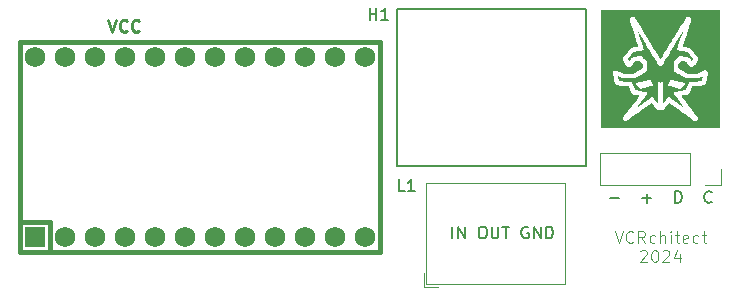
<source format=gbr>
%TF.GenerationSoftware,KiCad,Pcbnew,8.0.3*%
%TF.CreationDate,2024-07-14T23:37:16-05:00*%
%TF.ProjectId,3.3v Pro Micro Long,332e3376-2050-4726-9f20-4d6963726f20,rev?*%
%TF.SameCoordinates,Original*%
%TF.FileFunction,Legend,Top*%
%TF.FilePolarity,Positive*%
%FSLAX46Y46*%
G04 Gerber Fmt 4.6, Leading zero omitted, Abs format (unit mm)*
G04 Created by KiCad (PCBNEW 8.0.3) date 2024-07-14 23:37:16*
%MOMM*%
%LPD*%
G01*
G04 APERTURE LIST*
%ADD10C,0.200000*%
%ADD11C,0.250000*%
%ADD12C,0.100000*%
%ADD13C,0.000000*%
%ADD14C,0.127000*%
%ADD15C,0.120000*%
%ADD16C,0.381000*%
%ADD17R,1.752600X1.752600*%
%ADD18C,1.752600*%
G04 APERTURE END LIST*
D10*
X159845863Y-95367219D02*
X159369673Y-95367219D01*
X159369673Y-95367219D02*
X159369673Y-94367219D01*
X160703006Y-95367219D02*
X160131578Y-95367219D01*
X160417292Y-95367219D02*
X160417292Y-94367219D01*
X160417292Y-94367219D02*
X160322054Y-94510076D01*
X160322054Y-94510076D02*
X160226816Y-94605314D01*
X160226816Y-94605314D02*
X160131578Y-94652933D01*
D11*
X134759711Y-80864619D02*
X135093044Y-81864619D01*
X135093044Y-81864619D02*
X135426377Y-80864619D01*
X136331139Y-81769380D02*
X136283520Y-81817000D01*
X136283520Y-81817000D02*
X136140663Y-81864619D01*
X136140663Y-81864619D02*
X136045425Y-81864619D01*
X136045425Y-81864619D02*
X135902568Y-81817000D01*
X135902568Y-81817000D02*
X135807330Y-81721761D01*
X135807330Y-81721761D02*
X135759711Y-81626523D01*
X135759711Y-81626523D02*
X135712092Y-81436047D01*
X135712092Y-81436047D02*
X135712092Y-81293190D01*
X135712092Y-81293190D02*
X135759711Y-81102714D01*
X135759711Y-81102714D02*
X135807330Y-81007476D01*
X135807330Y-81007476D02*
X135902568Y-80912238D01*
X135902568Y-80912238D02*
X136045425Y-80864619D01*
X136045425Y-80864619D02*
X136140663Y-80864619D01*
X136140663Y-80864619D02*
X136283520Y-80912238D01*
X136283520Y-80912238D02*
X136331139Y-80959857D01*
X137331139Y-81769380D02*
X137283520Y-81817000D01*
X137283520Y-81817000D02*
X137140663Y-81864619D01*
X137140663Y-81864619D02*
X137045425Y-81864619D01*
X137045425Y-81864619D02*
X136902568Y-81817000D01*
X136902568Y-81817000D02*
X136807330Y-81721761D01*
X136807330Y-81721761D02*
X136759711Y-81626523D01*
X136759711Y-81626523D02*
X136712092Y-81436047D01*
X136712092Y-81436047D02*
X136712092Y-81293190D01*
X136712092Y-81293190D02*
X136759711Y-81102714D01*
X136759711Y-81102714D02*
X136807330Y-81007476D01*
X136807330Y-81007476D02*
X136902568Y-80912238D01*
X136902568Y-80912238D02*
X137045425Y-80864619D01*
X137045425Y-80864619D02*
X137140663Y-80864619D01*
X137140663Y-80864619D02*
X137283520Y-80912238D01*
X137283520Y-80912238D02*
X137331139Y-80959857D01*
D10*
X163869673Y-99367219D02*
X163869673Y-98367219D01*
X164345863Y-99367219D02*
X164345863Y-98367219D01*
X164345863Y-98367219D02*
X164917291Y-99367219D01*
X164917291Y-99367219D02*
X164917291Y-98367219D01*
X166345863Y-98367219D02*
X166536339Y-98367219D01*
X166536339Y-98367219D02*
X166631577Y-98414838D01*
X166631577Y-98414838D02*
X166726815Y-98510076D01*
X166726815Y-98510076D02*
X166774434Y-98700552D01*
X166774434Y-98700552D02*
X166774434Y-99033885D01*
X166774434Y-99033885D02*
X166726815Y-99224361D01*
X166726815Y-99224361D02*
X166631577Y-99319600D01*
X166631577Y-99319600D02*
X166536339Y-99367219D01*
X166536339Y-99367219D02*
X166345863Y-99367219D01*
X166345863Y-99367219D02*
X166250625Y-99319600D01*
X166250625Y-99319600D02*
X166155387Y-99224361D01*
X166155387Y-99224361D02*
X166107768Y-99033885D01*
X166107768Y-99033885D02*
X166107768Y-98700552D01*
X166107768Y-98700552D02*
X166155387Y-98510076D01*
X166155387Y-98510076D02*
X166250625Y-98414838D01*
X166250625Y-98414838D02*
X166345863Y-98367219D01*
X167203006Y-98367219D02*
X167203006Y-99176742D01*
X167203006Y-99176742D02*
X167250625Y-99271980D01*
X167250625Y-99271980D02*
X167298244Y-99319600D01*
X167298244Y-99319600D02*
X167393482Y-99367219D01*
X167393482Y-99367219D02*
X167583958Y-99367219D01*
X167583958Y-99367219D02*
X167679196Y-99319600D01*
X167679196Y-99319600D02*
X167726815Y-99271980D01*
X167726815Y-99271980D02*
X167774434Y-99176742D01*
X167774434Y-99176742D02*
X167774434Y-98367219D01*
X168107768Y-98367219D02*
X168679196Y-98367219D01*
X168393482Y-99367219D02*
X168393482Y-98367219D01*
X170298244Y-98414838D02*
X170203006Y-98367219D01*
X170203006Y-98367219D02*
X170060149Y-98367219D01*
X170060149Y-98367219D02*
X169917292Y-98414838D01*
X169917292Y-98414838D02*
X169822054Y-98510076D01*
X169822054Y-98510076D02*
X169774435Y-98605314D01*
X169774435Y-98605314D02*
X169726816Y-98795790D01*
X169726816Y-98795790D02*
X169726816Y-98938647D01*
X169726816Y-98938647D02*
X169774435Y-99129123D01*
X169774435Y-99129123D02*
X169822054Y-99224361D01*
X169822054Y-99224361D02*
X169917292Y-99319600D01*
X169917292Y-99319600D02*
X170060149Y-99367219D01*
X170060149Y-99367219D02*
X170155387Y-99367219D01*
X170155387Y-99367219D02*
X170298244Y-99319600D01*
X170298244Y-99319600D02*
X170345863Y-99271980D01*
X170345863Y-99271980D02*
X170345863Y-98938647D01*
X170345863Y-98938647D02*
X170155387Y-98938647D01*
X170774435Y-99367219D02*
X170774435Y-98367219D01*
X170774435Y-98367219D02*
X171345863Y-99367219D01*
X171345863Y-99367219D02*
X171345863Y-98367219D01*
X171822054Y-99367219D02*
X171822054Y-98367219D01*
X171822054Y-98367219D02*
X172060149Y-98367219D01*
X172060149Y-98367219D02*
X172203006Y-98414838D01*
X172203006Y-98414838D02*
X172298244Y-98510076D01*
X172298244Y-98510076D02*
X172345863Y-98605314D01*
X172345863Y-98605314D02*
X172393482Y-98795790D01*
X172393482Y-98795790D02*
X172393482Y-98938647D01*
X172393482Y-98938647D02*
X172345863Y-99129123D01*
X172345863Y-99129123D02*
X172298244Y-99224361D01*
X172298244Y-99224361D02*
X172203006Y-99319600D01*
X172203006Y-99319600D02*
X172060149Y-99367219D01*
X172060149Y-99367219D02*
X171822054Y-99367219D01*
D12*
X177619047Y-98762475D02*
X177952380Y-99762475D01*
X177952380Y-99762475D02*
X178285713Y-98762475D01*
X179190475Y-99667236D02*
X179142856Y-99714856D01*
X179142856Y-99714856D02*
X178999999Y-99762475D01*
X178999999Y-99762475D02*
X178904761Y-99762475D01*
X178904761Y-99762475D02*
X178761904Y-99714856D01*
X178761904Y-99714856D02*
X178666666Y-99619617D01*
X178666666Y-99619617D02*
X178619047Y-99524379D01*
X178619047Y-99524379D02*
X178571428Y-99333903D01*
X178571428Y-99333903D02*
X178571428Y-99191046D01*
X178571428Y-99191046D02*
X178619047Y-99000570D01*
X178619047Y-99000570D02*
X178666666Y-98905332D01*
X178666666Y-98905332D02*
X178761904Y-98810094D01*
X178761904Y-98810094D02*
X178904761Y-98762475D01*
X178904761Y-98762475D02*
X178999999Y-98762475D01*
X178999999Y-98762475D02*
X179142856Y-98810094D01*
X179142856Y-98810094D02*
X179190475Y-98857713D01*
X180190475Y-99762475D02*
X179857142Y-99286284D01*
X179619047Y-99762475D02*
X179619047Y-98762475D01*
X179619047Y-98762475D02*
X179999999Y-98762475D01*
X179999999Y-98762475D02*
X180095237Y-98810094D01*
X180095237Y-98810094D02*
X180142856Y-98857713D01*
X180142856Y-98857713D02*
X180190475Y-98952951D01*
X180190475Y-98952951D02*
X180190475Y-99095808D01*
X180190475Y-99095808D02*
X180142856Y-99191046D01*
X180142856Y-99191046D02*
X180095237Y-99238665D01*
X180095237Y-99238665D02*
X179999999Y-99286284D01*
X179999999Y-99286284D02*
X179619047Y-99286284D01*
X181047618Y-99714856D02*
X180952380Y-99762475D01*
X180952380Y-99762475D02*
X180761904Y-99762475D01*
X180761904Y-99762475D02*
X180666666Y-99714856D01*
X180666666Y-99714856D02*
X180619047Y-99667236D01*
X180619047Y-99667236D02*
X180571428Y-99571998D01*
X180571428Y-99571998D02*
X180571428Y-99286284D01*
X180571428Y-99286284D02*
X180619047Y-99191046D01*
X180619047Y-99191046D02*
X180666666Y-99143427D01*
X180666666Y-99143427D02*
X180761904Y-99095808D01*
X180761904Y-99095808D02*
X180952380Y-99095808D01*
X180952380Y-99095808D02*
X181047618Y-99143427D01*
X181476190Y-99762475D02*
X181476190Y-98762475D01*
X181904761Y-99762475D02*
X181904761Y-99238665D01*
X181904761Y-99238665D02*
X181857142Y-99143427D01*
X181857142Y-99143427D02*
X181761904Y-99095808D01*
X181761904Y-99095808D02*
X181619047Y-99095808D01*
X181619047Y-99095808D02*
X181523809Y-99143427D01*
X181523809Y-99143427D02*
X181476190Y-99191046D01*
X182380952Y-99762475D02*
X182380952Y-99095808D01*
X182380952Y-98762475D02*
X182333333Y-98810094D01*
X182333333Y-98810094D02*
X182380952Y-98857713D01*
X182380952Y-98857713D02*
X182428571Y-98810094D01*
X182428571Y-98810094D02*
X182380952Y-98762475D01*
X182380952Y-98762475D02*
X182380952Y-98857713D01*
X182714285Y-99095808D02*
X183095237Y-99095808D01*
X182857142Y-98762475D02*
X182857142Y-99619617D01*
X182857142Y-99619617D02*
X182904761Y-99714856D01*
X182904761Y-99714856D02*
X182999999Y-99762475D01*
X182999999Y-99762475D02*
X183095237Y-99762475D01*
X183809523Y-99714856D02*
X183714285Y-99762475D01*
X183714285Y-99762475D02*
X183523809Y-99762475D01*
X183523809Y-99762475D02*
X183428571Y-99714856D01*
X183428571Y-99714856D02*
X183380952Y-99619617D01*
X183380952Y-99619617D02*
X183380952Y-99238665D01*
X183380952Y-99238665D02*
X183428571Y-99143427D01*
X183428571Y-99143427D02*
X183523809Y-99095808D01*
X183523809Y-99095808D02*
X183714285Y-99095808D01*
X183714285Y-99095808D02*
X183809523Y-99143427D01*
X183809523Y-99143427D02*
X183857142Y-99238665D01*
X183857142Y-99238665D02*
X183857142Y-99333903D01*
X183857142Y-99333903D02*
X183380952Y-99429141D01*
X184714285Y-99714856D02*
X184619047Y-99762475D01*
X184619047Y-99762475D02*
X184428571Y-99762475D01*
X184428571Y-99762475D02*
X184333333Y-99714856D01*
X184333333Y-99714856D02*
X184285714Y-99667236D01*
X184285714Y-99667236D02*
X184238095Y-99571998D01*
X184238095Y-99571998D02*
X184238095Y-99286284D01*
X184238095Y-99286284D02*
X184285714Y-99191046D01*
X184285714Y-99191046D02*
X184333333Y-99143427D01*
X184333333Y-99143427D02*
X184428571Y-99095808D01*
X184428571Y-99095808D02*
X184619047Y-99095808D01*
X184619047Y-99095808D02*
X184714285Y-99143427D01*
X185000000Y-99095808D02*
X185380952Y-99095808D01*
X185142857Y-98762475D02*
X185142857Y-99619617D01*
X185142857Y-99619617D02*
X185190476Y-99714856D01*
X185190476Y-99714856D02*
X185285714Y-99762475D01*
X185285714Y-99762475D02*
X185380952Y-99762475D01*
X179785714Y-100467657D02*
X179833333Y-100420038D01*
X179833333Y-100420038D02*
X179928571Y-100372419D01*
X179928571Y-100372419D02*
X180166666Y-100372419D01*
X180166666Y-100372419D02*
X180261904Y-100420038D01*
X180261904Y-100420038D02*
X180309523Y-100467657D01*
X180309523Y-100467657D02*
X180357142Y-100562895D01*
X180357142Y-100562895D02*
X180357142Y-100658133D01*
X180357142Y-100658133D02*
X180309523Y-100800990D01*
X180309523Y-100800990D02*
X179738095Y-101372419D01*
X179738095Y-101372419D02*
X180357142Y-101372419D01*
X180976190Y-100372419D02*
X181071428Y-100372419D01*
X181071428Y-100372419D02*
X181166666Y-100420038D01*
X181166666Y-100420038D02*
X181214285Y-100467657D01*
X181214285Y-100467657D02*
X181261904Y-100562895D01*
X181261904Y-100562895D02*
X181309523Y-100753371D01*
X181309523Y-100753371D02*
X181309523Y-100991466D01*
X181309523Y-100991466D02*
X181261904Y-101181942D01*
X181261904Y-101181942D02*
X181214285Y-101277180D01*
X181214285Y-101277180D02*
X181166666Y-101324800D01*
X181166666Y-101324800D02*
X181071428Y-101372419D01*
X181071428Y-101372419D02*
X180976190Y-101372419D01*
X180976190Y-101372419D02*
X180880952Y-101324800D01*
X180880952Y-101324800D02*
X180833333Y-101277180D01*
X180833333Y-101277180D02*
X180785714Y-101181942D01*
X180785714Y-101181942D02*
X180738095Y-100991466D01*
X180738095Y-100991466D02*
X180738095Y-100753371D01*
X180738095Y-100753371D02*
X180785714Y-100562895D01*
X180785714Y-100562895D02*
X180833333Y-100467657D01*
X180833333Y-100467657D02*
X180880952Y-100420038D01*
X180880952Y-100420038D02*
X180976190Y-100372419D01*
X181690476Y-100467657D02*
X181738095Y-100420038D01*
X181738095Y-100420038D02*
X181833333Y-100372419D01*
X181833333Y-100372419D02*
X182071428Y-100372419D01*
X182071428Y-100372419D02*
X182166666Y-100420038D01*
X182166666Y-100420038D02*
X182214285Y-100467657D01*
X182214285Y-100467657D02*
X182261904Y-100562895D01*
X182261904Y-100562895D02*
X182261904Y-100658133D01*
X182261904Y-100658133D02*
X182214285Y-100800990D01*
X182214285Y-100800990D02*
X181642857Y-101372419D01*
X181642857Y-101372419D02*
X182261904Y-101372419D01*
X183119047Y-100705752D02*
X183119047Y-101372419D01*
X182880952Y-100324800D02*
X182642857Y-101039085D01*
X182642857Y-101039085D02*
X183261904Y-101039085D01*
D10*
X156869673Y-80867219D02*
X156869673Y-79867219D01*
X156869673Y-80343409D02*
X157441101Y-80343409D01*
X157441101Y-80867219D02*
X157441101Y-79867219D01*
X158441101Y-80867219D02*
X157869673Y-80867219D01*
X158155387Y-80867219D02*
X158155387Y-79867219D01*
X158155387Y-79867219D02*
X158060149Y-80010076D01*
X158060149Y-80010076D02*
X157964911Y-80105314D01*
X157964911Y-80105314D02*
X157869673Y-80152933D01*
X177214285Y-95986266D02*
X177976190Y-95986266D01*
X179976190Y-95986266D02*
X180738095Y-95986266D01*
X180357142Y-96367219D02*
X180357142Y-95605314D01*
X182738095Y-96367219D02*
X182738095Y-95367219D01*
X182738095Y-95367219D02*
X182976190Y-95367219D01*
X182976190Y-95367219D02*
X183119047Y-95414838D01*
X183119047Y-95414838D02*
X183214285Y-95510076D01*
X183214285Y-95510076D02*
X183261904Y-95605314D01*
X183261904Y-95605314D02*
X183309523Y-95795790D01*
X183309523Y-95795790D02*
X183309523Y-95938647D01*
X183309523Y-95938647D02*
X183261904Y-96129123D01*
X183261904Y-96129123D02*
X183214285Y-96224361D01*
X183214285Y-96224361D02*
X183119047Y-96319600D01*
X183119047Y-96319600D02*
X182976190Y-96367219D01*
X182976190Y-96367219D02*
X182738095Y-96367219D01*
X185833333Y-96271980D02*
X185785714Y-96319600D01*
X185785714Y-96319600D02*
X185642857Y-96367219D01*
X185642857Y-96367219D02*
X185547619Y-96367219D01*
X185547619Y-96367219D02*
X185404762Y-96319600D01*
X185404762Y-96319600D02*
X185309524Y-96224361D01*
X185309524Y-96224361D02*
X185261905Y-96129123D01*
X185261905Y-96129123D02*
X185214286Y-95938647D01*
X185214286Y-95938647D02*
X185214286Y-95795790D01*
X185214286Y-95795790D02*
X185261905Y-95605314D01*
X185261905Y-95605314D02*
X185309524Y-95510076D01*
X185309524Y-95510076D02*
X185404762Y-95414838D01*
X185404762Y-95414838D02*
X185547619Y-95367219D01*
X185547619Y-95367219D02*
X185642857Y-95367219D01*
X185642857Y-95367219D02*
X185785714Y-95414838D01*
X185785714Y-95414838D02*
X185833333Y-95462457D01*
D13*
%TO.C,G\u002A\u002A\u002A*%
G36*
X186502188Y-85000000D02*
G01*
X186502188Y-90002188D01*
X181500000Y-90002188D01*
X176497812Y-90002188D01*
X176497812Y-85357242D01*
X177484319Y-85357242D01*
X177487204Y-85392897D01*
X177495290Y-85450253D01*
X177507681Y-85524918D01*
X177523484Y-85612501D01*
X177541806Y-85708610D01*
X177561751Y-85808854D01*
X177582427Y-85908841D01*
X177602940Y-86004180D01*
X177622395Y-86090480D01*
X177639898Y-86163348D01*
X177654556Y-86218394D01*
X177665475Y-86251227D01*
X177666935Y-86254361D01*
X177682601Y-86280001D01*
X177703372Y-86302095D01*
X177732601Y-86322090D01*
X177773640Y-86341428D01*
X177829839Y-86361555D01*
X177904550Y-86383915D01*
X178001126Y-86409952D01*
X178067943Y-86427171D01*
X178159810Y-86450330D01*
X178232221Y-86467445D01*
X178292583Y-86479586D01*
X178348302Y-86487824D01*
X178406787Y-86493229D01*
X178475443Y-86496871D01*
X178561679Y-86499822D01*
X178573024Y-86500164D01*
X178821048Y-86507604D01*
X178935258Y-86792450D01*
X178969530Y-86877446D01*
X179001253Y-86955223D01*
X179028670Y-87021543D01*
X179050024Y-87072168D01*
X179063557Y-87102860D01*
X179066337Y-87108516D01*
X179084096Y-87132437D01*
X179111403Y-87152835D01*
X179151470Y-87170712D01*
X179207511Y-87187073D01*
X179282740Y-87202920D01*
X179380371Y-87219258D01*
X179457440Y-87230626D01*
X179541302Y-87242936D01*
X179615719Y-87254583D01*
X179676313Y-87264823D01*
X179718703Y-87272911D01*
X179738510Y-87278103D01*
X179739203Y-87278530D01*
X179732505Y-87290636D01*
X179709833Y-87322900D01*
X179672448Y-87373678D01*
X179621607Y-87441326D01*
X179558569Y-87524198D01*
X179484593Y-87620651D01*
X179400937Y-87729041D01*
X179308860Y-87847722D01*
X179209621Y-87975050D01*
X179104478Y-88109381D01*
X179055990Y-88171145D01*
X178947737Y-88309092D01*
X178844123Y-88441468D01*
X178746487Y-88566545D01*
X178656167Y-88682594D01*
X178574498Y-88787886D01*
X178502819Y-88880691D01*
X178442468Y-88959280D01*
X178394780Y-89021925D01*
X178361094Y-89066896D01*
X178342747Y-89092464D01*
X178340009Y-89096859D01*
X178323583Y-89150903D01*
X178319335Y-89217345D01*
X178327036Y-89283721D01*
X178344370Y-89333810D01*
X178385105Y-89382620D01*
X178442922Y-89415672D01*
X178510987Y-89431361D01*
X178582465Y-89428083D01*
X178648611Y-89405256D01*
X178667199Y-89393158D01*
X178706492Y-89365786D01*
X178764822Y-89324347D01*
X178840520Y-89270052D01*
X178931919Y-89204108D01*
X179037349Y-89127725D01*
X179155143Y-89042111D01*
X179283633Y-88948475D01*
X179421150Y-88848027D01*
X179566025Y-88741974D01*
X179716591Y-88631526D01*
X179728391Y-88622861D01*
X180756619Y-87867704D01*
X180989608Y-88160302D01*
X181066429Y-88255444D01*
X181134289Y-88336808D01*
X181191445Y-88402409D01*
X181236154Y-88450265D01*
X181266672Y-88478392D01*
X181273263Y-88482965D01*
X181297701Y-88495704D01*
X181324178Y-88504280D01*
X181358700Y-88509490D01*
X181407275Y-88512130D01*
X181475909Y-88512997D01*
X181500000Y-88513031D01*
X181575456Y-88512523D01*
X181629140Y-88510470D01*
X181667058Y-88506074D01*
X181695217Y-88498539D01*
X181719624Y-88487069D01*
X181726737Y-88482965D01*
X181752251Y-88461700D01*
X181792525Y-88420058D01*
X181845814Y-88360025D01*
X181910376Y-88283583D01*
X181984467Y-88192715D01*
X182010391Y-88160302D01*
X182243380Y-87867704D01*
X183271608Y-88622861D01*
X183422544Y-88733597D01*
X183567917Y-88840032D01*
X183706061Y-88940956D01*
X183835306Y-89035160D01*
X183953984Y-89121435D01*
X184060428Y-89198573D01*
X184152968Y-89265365D01*
X184229937Y-89320602D01*
X184289665Y-89363075D01*
X184330486Y-89391575D01*
X184350730Y-89404894D01*
X184351388Y-89405256D01*
X184419180Y-89428403D01*
X184490100Y-89431319D01*
X184557463Y-89415663D01*
X184614588Y-89383095D01*
X184654789Y-89335273D01*
X184657882Y-89329172D01*
X184675747Y-89269853D01*
X184681035Y-89201289D01*
X184673633Y-89135854D01*
X184659990Y-89096859D01*
X184648124Y-89079500D01*
X184620387Y-89042049D01*
X184578115Y-88986235D01*
X184522647Y-88913789D01*
X184455319Y-88826438D01*
X184377469Y-88725912D01*
X184290433Y-88613940D01*
X184195550Y-88492251D01*
X184094157Y-88362575D01*
X183987591Y-88226639D01*
X183944009Y-88171145D01*
X183836638Y-88034220D01*
X183734609Y-87903564D01*
X183639181Y-87780821D01*
X183551612Y-87667637D01*
X183473161Y-87565655D01*
X183405087Y-87476519D01*
X183348649Y-87401875D01*
X183305104Y-87343367D01*
X183275712Y-87302639D01*
X183261731Y-87281336D01*
X183260797Y-87278530D01*
X183277312Y-87273774D01*
X183316985Y-87266024D01*
X183375437Y-87256025D01*
X183448288Y-87244520D01*
X183531159Y-87232254D01*
X183542560Y-87230626D01*
X183656491Y-87213430D01*
X183745929Y-87197378D01*
X183814088Y-87181466D01*
X183864182Y-87164689D01*
X183899424Y-87146045D01*
X183923030Y-87124530D01*
X183933663Y-87108516D01*
X183943666Y-87086753D01*
X183962176Y-87043405D01*
X183987435Y-86982707D01*
X184017687Y-86908898D01*
X184051173Y-86826216D01*
X184064741Y-86792450D01*
X184178952Y-86507604D01*
X184426976Y-86500164D01*
X184515700Y-86497225D01*
X184585997Y-86493716D01*
X184645271Y-86488567D01*
X184700932Y-86480709D01*
X184760385Y-86469069D01*
X184831039Y-86452579D01*
X184920299Y-86430167D01*
X184932057Y-86427171D01*
X185042738Y-86398362D01*
X185129627Y-86374062D01*
X185196074Y-86352826D01*
X185245431Y-86333210D01*
X185281049Y-86313769D01*
X185306280Y-86293060D01*
X185324475Y-86269638D01*
X185333065Y-86254361D01*
X185343191Y-86225971D01*
X185357225Y-86174599D01*
X185374271Y-86104636D01*
X185393434Y-86020473D01*
X185413819Y-85926501D01*
X185434532Y-85827110D01*
X185454678Y-85726691D01*
X185473362Y-85629635D01*
X185489690Y-85540332D01*
X185502766Y-85463174D01*
X185511696Y-85402549D01*
X185515585Y-85362851D01*
X185515681Y-85358267D01*
X185504550Y-85277029D01*
X185472157Y-85213279D01*
X185419857Y-85168355D01*
X185349004Y-85143596D01*
X185293758Y-85138949D01*
X185268877Y-85140241D01*
X185242100Y-85145089D01*
X185209841Y-85154954D01*
X185168509Y-85171297D01*
X185114515Y-85195578D01*
X185044271Y-85229258D01*
X184954188Y-85273797D01*
X184918162Y-85291794D01*
X184612714Y-85444639D01*
X184213487Y-85444639D01*
X183814260Y-85444639D01*
X183407458Y-85212547D01*
X183000656Y-84980456D01*
X183000656Y-84778055D01*
X183000656Y-84575654D01*
X183132239Y-84444619D01*
X183263821Y-84313583D01*
X183474781Y-84354210D01*
X183548744Y-84369225D01*
X183613416Y-84383804D01*
X183663676Y-84396680D01*
X183694401Y-84406587D01*
X183700994Y-84410180D01*
X183713480Y-84426463D01*
X183738331Y-84461764D01*
X183772657Y-84511876D01*
X183813565Y-84572588D01*
X183845181Y-84620064D01*
X183900873Y-84702309D01*
X183946168Y-84763602D01*
X183984746Y-84806948D01*
X184020286Y-84835357D01*
X184056470Y-84851836D01*
X184096978Y-84859392D01*
X184140043Y-84861050D01*
X184183319Y-84859523D01*
X184219984Y-84853116D01*
X184253163Y-84839090D01*
X184285977Y-84814703D01*
X184321549Y-84777216D01*
X184363000Y-84723889D01*
X184413452Y-84651983D01*
X184464118Y-84576652D01*
X184513657Y-84501842D01*
X184559165Y-84432243D01*
X184597890Y-84372133D01*
X184627082Y-84325787D01*
X184643989Y-84297482D01*
X184645466Y-84294728D01*
X184661046Y-84244754D01*
X184667563Y-84180508D01*
X184664998Y-84113862D01*
X184653333Y-84056691D01*
X184645858Y-84038633D01*
X184627627Y-84009696D01*
X184594778Y-83963903D01*
X184549902Y-83904433D01*
X184495588Y-83834463D01*
X184434428Y-83757170D01*
X184369012Y-83675734D01*
X184301930Y-83593331D01*
X184235774Y-83513139D01*
X184173133Y-83438335D01*
X184116598Y-83372099D01*
X184068761Y-83317608D01*
X184032211Y-83278038D01*
X184009539Y-83256569D01*
X184006721Y-83254620D01*
X183975605Y-83241097D01*
X183925316Y-83226712D01*
X183853556Y-83210944D01*
X183758028Y-83193268D01*
X183677028Y-83179684D01*
X183591848Y-83165491D01*
X183516072Y-83152214D01*
X183453968Y-83140652D01*
X183409805Y-83131608D01*
X183387849Y-83125882D01*
X183386391Y-83125120D01*
X183389118Y-83110879D01*
X183400072Y-83072243D01*
X183418627Y-83011159D01*
X183444157Y-82929574D01*
X183476037Y-82829435D01*
X183513639Y-82712688D01*
X183556339Y-82581281D01*
X183603510Y-82437161D01*
X183654527Y-82282274D01*
X183708763Y-82118568D01*
X183744186Y-82012134D01*
X183819456Y-81785743D01*
X183885727Y-81585079D01*
X183943162Y-81409630D01*
X183991922Y-81258886D01*
X184032169Y-81132337D01*
X184064063Y-81029472D01*
X184087767Y-80949781D01*
X184103442Y-80892752D01*
X184111249Y-80857876D01*
X184112254Y-80848423D01*
X184105427Y-80796426D01*
X184088528Y-80743081D01*
X184083667Y-80732683D01*
X184042848Y-80681214D01*
X183983338Y-80642331D01*
X183911996Y-80617698D01*
X183835684Y-80608978D01*
X183761263Y-80617834D01*
X183704166Y-80640682D01*
X183695747Y-80646693D01*
X183685426Y-80656582D01*
X183672502Y-80671472D01*
X183656270Y-80692486D01*
X183636030Y-80720745D01*
X183611079Y-80757372D01*
X183580714Y-80803489D01*
X183544233Y-80860219D01*
X183500934Y-80928685D01*
X183450114Y-81010008D01*
X183391072Y-81105312D01*
X183323104Y-81215718D01*
X183245509Y-81342348D01*
X183157584Y-81486326D01*
X183058626Y-81648774D01*
X182947934Y-81830814D01*
X182824805Y-82033568D01*
X182688536Y-82258160D01*
X182578673Y-82439327D01*
X182455557Y-82642309D01*
X182336346Y-82838704D01*
X182221837Y-83027206D01*
X182112827Y-83206510D01*
X182010112Y-83375312D01*
X181914488Y-83532306D01*
X181826752Y-83676188D01*
X181747699Y-83805652D01*
X181678127Y-83919395D01*
X181618831Y-84016110D01*
X181570609Y-84094493D01*
X181534255Y-84153238D01*
X181510567Y-84191042D01*
X181500341Y-84206599D01*
X181500000Y-84206937D01*
X181492127Y-84195268D01*
X181470658Y-84161132D01*
X181436389Y-84105833D01*
X181390115Y-84030677D01*
X181332635Y-83936968D01*
X181264743Y-83826011D01*
X181187237Y-83699112D01*
X181100912Y-83557574D01*
X181006565Y-83402704D01*
X180904992Y-83235806D01*
X180796990Y-83058185D01*
X180683354Y-82871145D01*
X180564882Y-82675993D01*
X180442369Y-82474032D01*
X180421326Y-82439327D01*
X180274869Y-82197831D01*
X180142071Y-81979003D01*
X180022230Y-81781722D01*
X179914645Y-81604864D01*
X179818612Y-81447308D01*
X179733430Y-81307931D01*
X179658395Y-81185610D01*
X179592807Y-81079224D01*
X179535961Y-80987649D01*
X179487157Y-80909763D01*
X179445691Y-80844445D01*
X179410862Y-80790571D01*
X179381967Y-80747019D01*
X179358303Y-80712668D01*
X179339169Y-80686393D01*
X179323861Y-80667073D01*
X179311678Y-80653586D01*
X179301918Y-80644809D01*
X179295834Y-80640682D01*
X179228497Y-80615433D01*
X179153386Y-80609186D01*
X179077364Y-80620277D01*
X179007290Y-80647045D01*
X178950026Y-80687824D01*
X178916333Y-80732683D01*
X178897844Y-80783182D01*
X178888162Y-80837455D01*
X178887746Y-80848423D01*
X178891584Y-80872146D01*
X178903208Y-80917760D01*
X178922777Y-80985775D01*
X178950455Y-81076702D01*
X178986401Y-81191052D01*
X179030779Y-81329334D01*
X179083749Y-81492060D01*
X179145472Y-81679740D01*
X179216111Y-81892885D01*
X179255813Y-82012134D01*
X179311752Y-82180383D01*
X179364863Y-82341035D01*
X179414522Y-82492144D01*
X179460103Y-82631761D01*
X179500980Y-82757941D01*
X179536526Y-82868736D01*
X179566116Y-82962200D01*
X179589124Y-83036385D01*
X179604924Y-83089344D01*
X179612891Y-83119131D01*
X179613609Y-83125120D01*
X179597352Y-83129971D01*
X179557908Y-83138325D01*
X179499544Y-83149379D01*
X179426529Y-83162334D01*
X179343129Y-83176387D01*
X179322971Y-83179684D01*
X179209699Y-83198979D01*
X179121780Y-83216008D01*
X179056917Y-83231292D01*
X179012813Y-83245354D01*
X178993279Y-83254620D01*
X178973937Y-83271772D01*
X178940159Y-83307709D01*
X178894536Y-83359253D01*
X178839657Y-83423226D01*
X178778113Y-83496451D01*
X178712495Y-83575751D01*
X178645394Y-83657946D01*
X178579400Y-83739860D01*
X178517103Y-83818314D01*
X178461095Y-83890131D01*
X178413965Y-83952133D01*
X178378305Y-84001142D01*
X178356705Y-84033981D01*
X178354141Y-84038633D01*
X178338714Y-84088430D01*
X178332394Y-84152602D01*
X178335163Y-84219278D01*
X178347003Y-84276585D01*
X178354533Y-84294728D01*
X178369035Y-84319475D01*
X178396296Y-84363004D01*
X178433568Y-84421038D01*
X178478098Y-84489300D01*
X178527137Y-84563514D01*
X178535882Y-84576652D01*
X178596121Y-84665967D01*
X178644781Y-84734439D01*
X178684983Y-84784809D01*
X178719849Y-84819817D01*
X178752502Y-84842201D01*
X178786064Y-84854704D01*
X178823657Y-84860063D01*
X178859956Y-84861050D01*
X178907477Y-84858941D01*
X178947372Y-84850609D01*
X178983321Y-84833046D01*
X179019004Y-84803245D01*
X179058101Y-84758199D01*
X179104291Y-84694898D01*
X179154818Y-84620064D01*
X179198656Y-84554360D01*
X179237974Y-84496254D01*
X179269882Y-84449955D01*
X179291486Y-84419671D01*
X179299005Y-84410180D01*
X179317389Y-84402346D01*
X179358003Y-84390875D01*
X179415727Y-84377034D01*
X179485437Y-84362091D01*
X179525218Y-84354210D01*
X179736178Y-84313583D01*
X179867761Y-84444619D01*
X179999343Y-84575654D01*
X179999343Y-84778055D01*
X179999343Y-84980456D01*
X179592541Y-85212547D01*
X179185739Y-85444639D01*
X178786512Y-85444639D01*
X178387285Y-85444639D01*
X178081838Y-85291794D01*
X177983933Y-85243111D01*
X177907105Y-85205809D01*
X177847783Y-85178433D01*
X177802398Y-85159525D01*
X177767378Y-85147628D01*
X177739155Y-85141286D01*
X177714157Y-85139042D01*
X177707266Y-85138949D01*
X177624831Y-85149871D01*
X177560064Y-85181728D01*
X177514357Y-85233155D01*
X177489105Y-85302789D01*
X177484319Y-85357242D01*
X176497812Y-85357242D01*
X176497812Y-85000000D01*
X176497812Y-79997812D01*
X181500000Y-79997812D01*
X186502188Y-79997812D01*
X186502188Y-85000000D01*
G37*
G36*
X183394801Y-81849472D02*
G01*
X183383370Y-81887172D01*
X183364634Y-81946501D01*
X183339359Y-82025100D01*
X183308310Y-82120609D01*
X183272255Y-82230669D01*
X183231959Y-82352921D01*
X183188188Y-82485006D01*
X183153247Y-82589983D01*
X183107146Y-82728654D01*
X183063799Y-82859853D01*
X183023996Y-82981140D01*
X182988523Y-83090073D01*
X182958169Y-83184212D01*
X182933723Y-83261116D01*
X182915973Y-83318343D01*
X182905707Y-83353454D01*
X182903391Y-83363723D01*
X182905094Y-83382061D01*
X182911988Y-83397701D01*
X182926753Y-83411463D01*
X182952070Y-83424166D01*
X182990619Y-83436630D01*
X183045080Y-83449672D01*
X183118133Y-83464113D01*
X183212457Y-83480771D01*
X183330734Y-83500466D01*
X183373751Y-83507490D01*
X183793078Y-83575766D01*
X184025614Y-83866318D01*
X184087466Y-83943789D01*
X184143445Y-84014267D01*
X184191241Y-84074812D01*
X184228544Y-84122488D01*
X184253045Y-84154356D01*
X184262425Y-84167462D01*
X184257229Y-84182663D01*
X184240521Y-84213548D01*
X184216726Y-84253145D01*
X184190266Y-84294488D01*
X184165563Y-84330607D01*
X184147041Y-84354532D01*
X184140043Y-84360297D01*
X184130227Y-84349381D01*
X184108450Y-84319551D01*
X184077835Y-84275235D01*
X184041502Y-84220860D01*
X184037731Y-84215125D01*
X183999457Y-84158953D01*
X183964627Y-84111666D01*
X183936949Y-84078049D01*
X183920134Y-84062888D01*
X183919554Y-84062670D01*
X183890689Y-84055243D01*
X183840158Y-84044023D01*
X183772548Y-84029888D01*
X183692449Y-84013718D01*
X183604449Y-83996391D01*
X183513136Y-83978786D01*
X183423099Y-83961781D01*
X183338926Y-83946256D01*
X183265207Y-83933090D01*
X183206529Y-83923161D01*
X183167481Y-83917348D01*
X183154740Y-83916192D01*
X183137764Y-83917594D01*
X183120111Y-83923355D01*
X183098958Y-83935806D01*
X183071485Y-83957279D01*
X183034870Y-83990106D01*
X182986292Y-84036619D01*
X182922929Y-84099149D01*
X182872581Y-84149386D01*
X182639387Y-84382580D01*
X182639387Y-84785899D01*
X182639716Y-84912092D01*
X182640766Y-85012787D01*
X182642629Y-85090268D01*
X182645399Y-85146820D01*
X182649170Y-85184727D01*
X182654034Y-85206275D01*
X182656756Y-85211441D01*
X182672263Y-85222925D01*
X182709342Y-85246500D01*
X182765362Y-85280605D01*
X182837691Y-85323678D01*
X182923696Y-85374158D01*
X183020745Y-85430483D01*
X183126206Y-85491091D01*
X183176479Y-85519786D01*
X183678834Y-85805908D01*
X184208394Y-85805908D01*
X184737954Y-85805908D01*
X184905952Y-85721693D01*
X184967869Y-85691347D01*
X185020503Y-85666859D01*
X185059130Y-85650328D01*
X185079025Y-85643855D01*
X185080562Y-85644092D01*
X185081260Y-85660460D01*
X185076355Y-85697527D01*
X185067196Y-85749083D01*
X185055130Y-85808921D01*
X185041507Y-85870833D01*
X185027676Y-85928610D01*
X185014984Y-85976044D01*
X185004782Y-86006928D01*
X184999913Y-86015333D01*
X184981927Y-86021602D01*
X184941644Y-86033064D01*
X184883793Y-86048456D01*
X184813107Y-86066511D01*
X184750215Y-86082091D01*
X184515830Y-86139387D01*
X184233327Y-86139387D01*
X184126548Y-86139960D01*
X184045148Y-86141770D01*
X183986739Y-86144953D01*
X183948934Y-86149645D01*
X183929342Y-86155982D01*
X183928235Y-86156756D01*
X183917123Y-86173986D01*
X183897577Y-86213467D01*
X183871218Y-86271543D01*
X183839666Y-86344556D01*
X183804542Y-86428851D01*
X183772519Y-86508071D01*
X183639393Y-86842017D01*
X183149825Y-86911025D01*
X183013984Y-86930300D01*
X182903141Y-86946543D01*
X182814758Y-86960470D01*
X182746296Y-86972794D01*
X182695218Y-86984231D01*
X182658986Y-86995495D01*
X182635061Y-87007301D01*
X182620905Y-87020364D01*
X182613979Y-87035398D01*
X182611747Y-87053117D01*
X182611597Y-87062572D01*
X182611746Y-87070374D01*
X182612998Y-87078510D01*
X182616559Y-87088596D01*
X182623636Y-87102246D01*
X182635437Y-87121076D01*
X182653169Y-87146702D01*
X182678038Y-87180738D01*
X182711251Y-87224801D01*
X182754016Y-87280505D01*
X182807538Y-87349466D01*
X182873026Y-87433300D01*
X182951686Y-87533621D01*
X183044726Y-87652045D01*
X183153351Y-87790188D01*
X183191268Y-87838400D01*
X183275923Y-87946156D01*
X183355136Y-88047208D01*
X183427284Y-88139472D01*
X183490748Y-88220865D01*
X183543908Y-88289305D01*
X183585142Y-88342710D01*
X183612832Y-88378995D01*
X183625357Y-88396080D01*
X183625930Y-88397119D01*
X183615057Y-88390215D01*
X183583718Y-88368235D01*
X183533833Y-88332569D01*
X183467319Y-88284609D01*
X183386097Y-88225745D01*
X183292085Y-88157368D01*
X183187202Y-88080870D01*
X183073368Y-87997641D01*
X182952501Y-87909072D01*
X182943534Y-87902494D01*
X182821120Y-87812824D01*
X182704704Y-87727825D01*
X182596327Y-87648971D01*
X182498029Y-87577731D01*
X182411851Y-87515577D01*
X182339832Y-87463980D01*
X182284013Y-87424413D01*
X182246434Y-87398345D01*
X182229134Y-87387248D01*
X182228968Y-87387170D01*
X182205544Y-87379001D01*
X182182904Y-87378440D01*
X182158438Y-87387665D01*
X182129535Y-87408851D01*
X182093585Y-87444175D01*
X182047975Y-87495813D01*
X181990096Y-87565942D01*
X181940592Y-87627563D01*
X181750109Y-87866119D01*
X181750109Y-86962060D01*
X181750124Y-86776732D01*
X181750063Y-86617254D01*
X181749770Y-86481688D01*
X181749384Y-86417140D01*
X182141336Y-86417140D01*
X182220148Y-86440057D01*
X182377723Y-86485769D01*
X182527106Y-86528899D01*
X182666129Y-86568831D01*
X182792623Y-86604954D01*
X182904419Y-86636653D01*
X182999347Y-86663314D01*
X183075240Y-86684324D01*
X183129928Y-86699069D01*
X183161241Y-86706936D01*
X183167564Y-86708104D01*
X183183166Y-86698932D01*
X183215036Y-86672719D01*
X183260036Y-86632315D01*
X183315027Y-86580569D01*
X183376871Y-86520331D01*
X183402734Y-86494586D01*
X183473835Y-86422924D01*
X183527021Y-86368029D01*
X183564389Y-86327391D01*
X183588035Y-86298494D01*
X183600059Y-86278827D01*
X183602556Y-86265877D01*
X183599373Y-86258980D01*
X183588822Y-86235131D01*
X183590816Y-86223365D01*
X183596054Y-86209888D01*
X183594885Y-86208862D01*
X183580749Y-86205934D01*
X183542194Y-86197551D01*
X183481922Y-86184308D01*
X183402638Y-86166804D01*
X183307043Y-86145637D01*
X183197842Y-86121403D01*
X183077737Y-86094702D01*
X182965317Y-86069670D01*
X182837257Y-86041306D01*
X182717190Y-86015042D01*
X182607904Y-85991463D01*
X182512184Y-85971157D01*
X182432817Y-85954707D01*
X182372588Y-85942701D01*
X182334285Y-85935725D01*
X182321003Y-85934194D01*
X182309375Y-85948627D01*
X182291067Y-85987247D01*
X182267107Y-86047539D01*
X182238525Y-86126991D01*
X182221348Y-86177525D01*
X182141336Y-86417140D01*
X181749384Y-86417140D01*
X181749090Y-86368096D01*
X181747865Y-86274538D01*
X181745939Y-86199076D01*
X181743157Y-86139771D01*
X181739361Y-86094684D01*
X181734395Y-86061876D01*
X181728103Y-86039409D01*
X181720329Y-86025343D01*
X181710916Y-86017740D01*
X181699709Y-86014661D01*
X181686549Y-86014168D01*
X181673687Y-86014332D01*
X181648813Y-86017701D01*
X181627419Y-86030683D01*
X181605804Y-86057588D01*
X181580267Y-86102728D01*
X181556369Y-86151034D01*
X181533013Y-86197544D01*
X181513598Y-86232434D01*
X181501528Y-86249690D01*
X181500000Y-86250547D01*
X181490432Y-86238934D01*
X181472620Y-86208104D01*
X181449971Y-86164071D01*
X181443630Y-86151034D01*
X181412738Y-86089423D01*
X181388536Y-86049274D01*
X181367324Y-86026277D01*
X181345403Y-86016119D01*
X181326313Y-86014332D01*
X181311368Y-86014153D01*
X181298508Y-86014908D01*
X181287577Y-86018535D01*
X181278417Y-86026975D01*
X181270873Y-86042165D01*
X181264788Y-86066044D01*
X181260005Y-86100551D01*
X181256370Y-86147625D01*
X181253724Y-86209205D01*
X181251912Y-86287230D01*
X181250778Y-86383638D01*
X181250165Y-86500368D01*
X181249917Y-86639359D01*
X181249877Y-86802550D01*
X181249890Y-86962060D01*
X181249890Y-87866119D01*
X181059407Y-87627563D01*
X180991327Y-87543115D01*
X180937354Y-87478689D01*
X180894878Y-87432110D01*
X180861287Y-87401200D01*
X180833970Y-87383784D01*
X180810317Y-87377684D01*
X180787717Y-87380725D01*
X180771031Y-87387170D01*
X180754303Y-87397845D01*
X180717241Y-87423531D01*
X180661884Y-87462756D01*
X180590273Y-87514049D01*
X180504448Y-87575939D01*
X180406449Y-87646955D01*
X180298316Y-87725624D01*
X180182089Y-87810477D01*
X180059808Y-87900041D01*
X180056465Y-87902494D01*
X179935164Y-87991395D01*
X179820757Y-88075057D01*
X179715162Y-88152089D01*
X179620299Y-88221100D01*
X179538087Y-88280699D01*
X179470445Y-88329495D01*
X179419291Y-88366097D01*
X179386546Y-88389114D01*
X179374128Y-88397155D01*
X179374070Y-88397119D01*
X179382402Y-88385347D01*
X179406320Y-88353835D01*
X179444202Y-88304665D01*
X179494428Y-88239919D01*
X179555379Y-88161681D01*
X179625433Y-88072033D01*
X179702971Y-87973057D01*
X179786373Y-87866838D01*
X179808732Y-87838400D01*
X179922555Y-87693663D01*
X180020408Y-87569157D01*
X180103500Y-87463267D01*
X180173036Y-87374377D01*
X180230225Y-87300872D01*
X180276272Y-87241137D01*
X180312385Y-87193555D01*
X180339770Y-87156513D01*
X180359636Y-87128394D01*
X180373188Y-87107582D01*
X180381633Y-87092464D01*
X180386179Y-87081422D01*
X180388033Y-87072843D01*
X180388401Y-87065109D01*
X180388402Y-87062572D01*
X180387498Y-87043344D01*
X180383094Y-87027137D01*
X180372651Y-87013238D01*
X180353631Y-87000930D01*
X180323496Y-86989501D01*
X180279708Y-86978234D01*
X180219729Y-86966415D01*
X180141021Y-86953330D01*
X180041045Y-86938264D01*
X179917263Y-86920503D01*
X179850174Y-86911025D01*
X179360606Y-86842017D01*
X179227480Y-86508071D01*
X179190574Y-86416965D01*
X179155837Y-86333978D01*
X179127387Y-86268507D01*
X179397286Y-86268507D01*
X179401879Y-86282840D01*
X179416500Y-86304493D01*
X179443249Y-86335979D01*
X179484222Y-86379810D01*
X179541516Y-86438499D01*
X179597265Y-86494586D01*
X179660576Y-86557369D01*
X179717773Y-86612899D01*
X179765821Y-86658326D01*
X179801684Y-86690802D01*
X179822329Y-86707474D01*
X179825675Y-86709081D01*
X179842108Y-86705395D01*
X179881900Y-86694955D01*
X179941704Y-86678684D01*
X180018172Y-86657505D01*
X180107954Y-86632342D01*
X180207703Y-86604120D01*
X180256587Y-86590200D01*
X180364570Y-86559364D01*
X180468331Y-86529683D01*
X180563645Y-86502371D01*
X180646284Y-86478639D01*
X180712024Y-86459700D01*
X180756639Y-86446767D01*
X180765898Y-86444055D01*
X180858547Y-86416790D01*
X180778593Y-86177350D01*
X180747936Y-86088545D01*
X180721337Y-86017525D01*
X180699827Y-85966804D01*
X180684435Y-85938898D01*
X180678997Y-85934194D01*
X180661784Y-85936375D01*
X180620249Y-85944090D01*
X180557179Y-85956752D01*
X180475359Y-85973776D01*
X180377576Y-85994575D01*
X180266616Y-86018563D01*
X180145265Y-86045156D01*
X180034682Y-86069670D01*
X179907226Y-86098047D01*
X179788297Y-86124481D01*
X179680600Y-86148375D01*
X179586837Y-86169131D01*
X179509712Y-86186150D01*
X179451927Y-86198836D01*
X179416185Y-86206591D01*
X179405115Y-86208862D01*
X179406227Y-86218021D01*
X179409183Y-86223365D01*
X179408890Y-86244655D01*
X179400626Y-86258980D01*
X179397286Y-86268507D01*
X179127387Y-86268507D01*
X179124891Y-86262764D01*
X179099355Y-86206982D01*
X179080851Y-86170286D01*
X179071764Y-86156756D01*
X179053963Y-86150237D01*
X179018200Y-86145377D01*
X178962087Y-86142040D01*
X178883237Y-86140091D01*
X178779259Y-86139393D01*
X178766672Y-86139387D01*
X178484170Y-86139387D01*
X178249784Y-86082091D01*
X178172213Y-86062813D01*
X178103675Y-86045181D01*
X178048904Y-86030462D01*
X178012628Y-86019920D01*
X178000086Y-86015333D01*
X177992376Y-85999422D01*
X177981249Y-85962695D01*
X177968056Y-85911358D01*
X177954145Y-85851621D01*
X177940864Y-85789690D01*
X177929563Y-85731775D01*
X177921589Y-85684084D01*
X177918292Y-85652824D01*
X177919438Y-85644092D01*
X177933564Y-85647541D01*
X177967676Y-85661605D01*
X178017050Y-85684185D01*
X178076963Y-85713180D01*
X178094048Y-85721693D01*
X178262045Y-85805908D01*
X178791605Y-85805908D01*
X179321165Y-85805908D01*
X179823520Y-85519786D01*
X179931949Y-85457741D01*
X180033168Y-85399265D01*
X180124547Y-85345920D01*
X180203451Y-85299269D01*
X180267250Y-85260872D01*
X180313311Y-85232292D01*
X180339002Y-85215089D01*
X180343244Y-85211441D01*
X180348660Y-85196868D01*
X180352938Y-85167020D01*
X180356172Y-85119614D01*
X180358455Y-85052365D01*
X180359880Y-84962988D01*
X180360540Y-84849198D01*
X180360612Y-84785899D01*
X180360612Y-84382580D01*
X180127419Y-84149386D01*
X180052955Y-84075217D01*
X179995106Y-84018578D01*
X179951051Y-83977137D01*
X179917969Y-83948563D01*
X179893037Y-83930525D01*
X179873434Y-83920689D01*
X179856340Y-83916725D01*
X179845259Y-83916192D01*
X179821566Y-83918831D01*
X179775235Y-83926162D01*
X179710856Y-83937306D01*
X179633016Y-83951384D01*
X179546305Y-83967518D01*
X179455310Y-83984829D01*
X179364621Y-84002437D01*
X179278825Y-84019465D01*
X179202511Y-84035033D01*
X179140269Y-84048263D01*
X179096685Y-84058275D01*
X179080446Y-84062670D01*
X179064396Y-84076578D01*
X179037263Y-84109227D01*
X179002756Y-84155832D01*
X178964583Y-84211608D01*
X178962268Y-84215125D01*
X178925541Y-84270251D01*
X178894224Y-84315756D01*
X178871438Y-84347210D01*
X178860304Y-84360186D01*
X178859956Y-84360297D01*
X178848560Y-84349354D01*
X178827824Y-84321238D01*
X178802169Y-84282918D01*
X178776018Y-84241363D01*
X178753794Y-84203541D01*
X178739921Y-84176422D01*
X178737574Y-84167462D01*
X178747070Y-84154204D01*
X178771662Y-84122221D01*
X178809043Y-84074451D01*
X178856900Y-84013830D01*
X178912925Y-83943297D01*
X178974385Y-83866318D01*
X179206921Y-83575766D01*
X179626249Y-83507490D01*
X179752695Y-83486659D01*
X179854337Y-83469125D01*
X179933856Y-83454069D01*
X179993932Y-83440671D01*
X180037245Y-83428112D01*
X180066475Y-83415574D01*
X180084302Y-83402237D01*
X180093406Y-83387282D01*
X180096467Y-83369890D01*
X180096608Y-83363723D01*
X180092315Y-83346335D01*
X180079961Y-83305045D01*
X180060336Y-83242294D01*
X180034226Y-83160521D01*
X180002420Y-83062169D01*
X179965707Y-82949679D01*
X179924874Y-82825490D01*
X179880710Y-82692044D01*
X179846752Y-82589983D01*
X179800862Y-82452028D01*
X179757868Y-82322123D01*
X179718535Y-82202625D01*
X179683630Y-82095895D01*
X179653918Y-82004291D01*
X179630166Y-81930172D01*
X179613140Y-81875898D01*
X179603607Y-81843829D01*
X179601839Y-81835760D01*
X179609522Y-81846776D01*
X179630723Y-81880137D01*
X179664568Y-81934415D01*
X179710183Y-82008182D01*
X179766694Y-82100010D01*
X179833227Y-82208472D01*
X179908908Y-82332138D01*
X179992863Y-82469582D01*
X180084219Y-82619374D01*
X180182100Y-82780089D01*
X180285634Y-82950296D01*
X180393946Y-83128569D01*
X180494242Y-83293827D01*
X180606734Y-83479089D01*
X180715695Y-83658173D01*
X180820210Y-83829595D01*
X180919364Y-83991869D01*
X181012241Y-84143508D01*
X181097927Y-84283028D01*
X181175506Y-84408943D01*
X181244064Y-84519766D01*
X181302684Y-84614013D01*
X181350453Y-84690197D01*
X181386454Y-84746833D01*
X181409773Y-84782434D01*
X181418940Y-84795049D01*
X181465966Y-84827164D01*
X181515577Y-84832224D01*
X181564011Y-84810229D01*
X181581060Y-84795049D01*
X181592876Y-84778499D01*
X181618153Y-84739651D01*
X181655976Y-84679993D01*
X181705428Y-84601008D01*
X181765595Y-84504184D01*
X181835563Y-84391005D01*
X181914415Y-84262958D01*
X182001236Y-84121527D01*
X182095112Y-83968200D01*
X182195127Y-83804461D01*
X182300366Y-83631797D01*
X182409915Y-83451693D01*
X182505757Y-83293827D01*
X182617605Y-83109546D01*
X182725457Y-82932051D01*
X182828440Y-82762772D01*
X182925678Y-82603135D01*
X183016299Y-82454570D01*
X183099428Y-82318504D01*
X183174191Y-82196364D01*
X183239715Y-82089579D01*
X183295125Y-81999578D01*
X183339547Y-81927787D01*
X183372107Y-81875634D01*
X183391932Y-81844549D01*
X183398160Y-81835760D01*
X183394801Y-81849472D01*
G37*
D14*
%TO.C,U3*%
X159165000Y-79915000D02*
X175215000Y-79915000D01*
X159165000Y-93245000D02*
X159165000Y-79915000D01*
X175215000Y-79915000D02*
X175215000Y-93245000D01*
X175215000Y-93245000D02*
X159165000Y-93245000D01*
D15*
%TO.C,J1*%
X176350000Y-92170000D02*
X176350000Y-94830000D01*
X184030000Y-92170000D02*
X176350000Y-92170000D01*
X184030000Y-92170000D02*
X184030000Y-94830000D01*
X184030000Y-94830000D02*
X176350000Y-94830000D01*
X186630000Y-93500000D02*
X186630000Y-94830000D01*
X186630000Y-94830000D02*
X185300000Y-94830000D01*
D16*
%TO.C,U2*%
X127260000Y-82730000D02*
X127260000Y-100510000D01*
X127260000Y-97970000D02*
X129800000Y-97970000D01*
X127260000Y-100510000D02*
X157740000Y-100510000D01*
X129800000Y-97970000D02*
X129800000Y-100510000D01*
X157740000Y-82730000D02*
X127260000Y-82730000D01*
X157740000Y-100510000D02*
X157740000Y-82730000D01*
D15*
%TO.C,U4*%
X161442000Y-103507500D02*
X162682000Y-103507500D01*
X161682000Y-103267500D02*
X173403000Y-103267500D01*
X161442000Y-102267500D02*
X161442000Y-103507500D01*
X161682000Y-94647500D02*
X161682000Y-103267500D01*
X161682000Y-94647500D02*
X173403000Y-94647500D01*
X173403000Y-94647500D02*
X173403000Y-103267500D01*
%TD*%
D17*
%TO.C,U2*%
X128530000Y-99240000D03*
D18*
X131070000Y-99240000D03*
X133610000Y-99240000D03*
X136150000Y-99240000D03*
X138690000Y-99240000D03*
X141230000Y-99240000D03*
X143770000Y-99240000D03*
X146310000Y-99240000D03*
X148850000Y-99240000D03*
X151390000Y-99240000D03*
X153930000Y-99240000D03*
X156470000Y-99240000D03*
X156470000Y-84000000D03*
X153930000Y-84000000D03*
X151390000Y-84000000D03*
X148850000Y-84000000D03*
X146310000Y-84000000D03*
X143770000Y-84000000D03*
X141230000Y-84000000D03*
X138690000Y-84000000D03*
X136150000Y-84000000D03*
X133610000Y-84000000D03*
X131070000Y-84000000D03*
X128530000Y-84000000D03*
%TD*%
M02*

</source>
